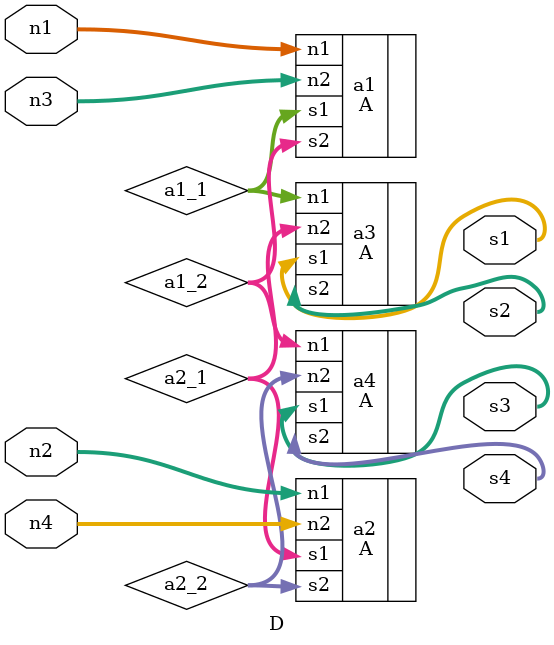
<source format=v>
module D(n1, n2, n3, n4, s1, s2, s3, s4);

	// --------------- parámetros ------------------
	
	input [7:0] n1;
	input [7:0] n2;
	input [7:0] n3;
	input [7:0] n4;
	output [7:0] s1;
	output [7:0] s2;
	output [7:0] s3;
	output [7:0] s4;

	// --------------------- wires -----------------
	
	wire [7:0] a1_1;
	wire [7:0] a1_2;

	wire [7:0] a2_1;
	wire [7:0] a2_2;

	// -------------------- código ------------------

	A a1(
		.n1(n1),
		.n2(n3),
		.s1(a1_1),
		.s2(a1_2)
		);
	A a2(
		.n1(n2),
		.n2(n4),
		.s1(a2_1),
		.s2(a2_2)
		);
	A a3(
		.n1(a1_1),
		.n2(a2_1),
		.s1(s1),
		.s2(s2)
		);
	A a4(
		.n1(a1_2),
		.n2(a2_2),
		.s1(s3),
		.s2(s4)
		);

endmodule

</source>
